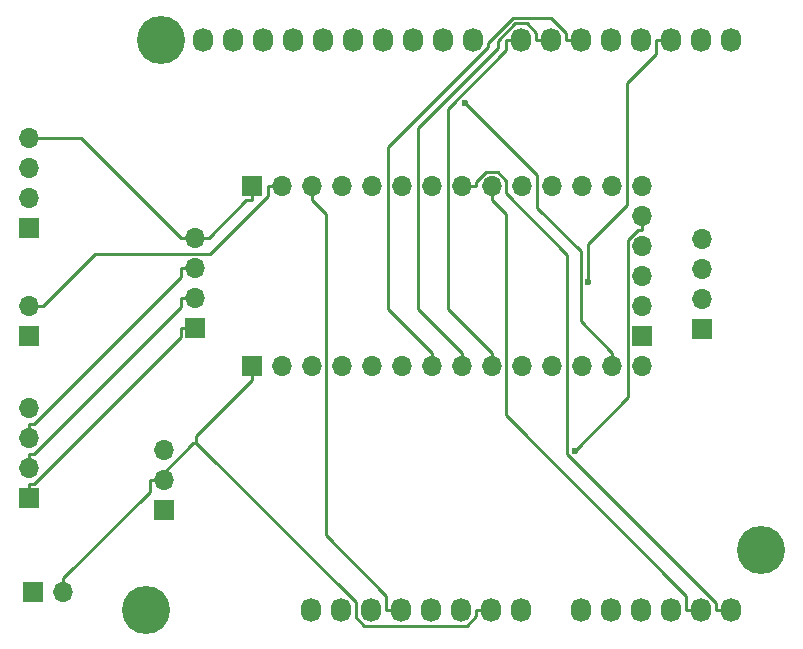
<source format=gbr>
G04 #@! TF.FileFunction,Copper,L2,Bot,Signal*
%FSLAX46Y46*%
G04 Gerber Fmt 4.6, Leading zero omitted, Abs format (unit mm)*
G04 Created by KiCad (PCBNEW 4.0.6) date 06/14/17 16:45:23*
%MOMM*%
%LPD*%
G01*
G04 APERTURE LIST*
%ADD10C,0.100000*%
%ADD11C,4.064000*%
%ADD12O,1.727200X2.032000*%
%ADD13R,1.700000X1.700000*%
%ADD14O,1.700000X1.700000*%
%ADD15C,0.600000*%
%ADD16C,0.250000*%
G04 APERTURE END LIST*
D10*
D11*
X177038000Y-118745000D03*
D12*
X138938000Y-123825000D03*
X141478000Y-123825000D03*
X144018000Y-123825000D03*
X146558000Y-123825000D03*
X149098000Y-123825000D03*
X151638000Y-123825000D03*
X154178000Y-123825000D03*
X156718000Y-123825000D03*
X161798000Y-123825000D03*
X164338000Y-123825000D03*
X166878000Y-123825000D03*
X169418000Y-123825000D03*
X171958000Y-123825000D03*
X174498000Y-123825000D03*
X129794000Y-75565000D03*
X132334000Y-75565000D03*
X134874000Y-75565000D03*
X137414000Y-75565000D03*
X139954000Y-75565000D03*
X142494000Y-75565000D03*
X145034000Y-75565000D03*
X147574000Y-75565000D03*
X150114000Y-75565000D03*
X152654000Y-75565000D03*
X156718000Y-75565000D03*
X159258000Y-75565000D03*
X161798000Y-75565000D03*
X164338000Y-75565000D03*
X166878000Y-75565000D03*
X169418000Y-75565000D03*
X171958000Y-75565000D03*
X174498000Y-75565000D03*
D11*
X124968000Y-123825000D03*
X126238000Y-75565000D03*
D13*
X133988000Y-88007000D03*
D14*
X136528000Y-88007000D03*
X139068000Y-88007000D03*
X141608000Y-88007000D03*
X144148000Y-88007000D03*
X146688000Y-88007000D03*
X149228000Y-88007000D03*
X151768000Y-88007000D03*
X154308000Y-88007000D03*
X156848000Y-88007000D03*
X159388000Y-88007000D03*
X161928000Y-88007000D03*
X164468000Y-88007000D03*
X167008000Y-88007000D03*
D13*
X172098000Y-100105000D03*
D14*
X172098000Y-97565000D03*
X172098000Y-95025000D03*
X172098000Y-92485000D03*
D13*
X167008000Y-100707000D03*
D14*
X167008000Y-98167000D03*
X167008000Y-95627000D03*
X167008000Y-93087000D03*
X167008000Y-90547000D03*
D13*
X133988000Y-103247000D03*
D14*
X136528000Y-103247000D03*
X139068000Y-103247000D03*
X141608000Y-103247000D03*
X144148000Y-103247000D03*
X146688000Y-103247000D03*
X149228000Y-103247000D03*
X151768000Y-103247000D03*
X154308000Y-103247000D03*
X156848000Y-103247000D03*
X159388000Y-103247000D03*
X161928000Y-103247000D03*
X164468000Y-103247000D03*
X167008000Y-103247000D03*
D13*
X129148000Y-99965000D03*
D14*
X129148000Y-97425000D03*
X129148000Y-94885000D03*
X129148000Y-92345000D03*
D13*
X115117000Y-91523200D03*
D14*
X115117000Y-88983200D03*
X115117000Y-86443200D03*
X115117000Y-83903200D03*
D13*
X115117000Y-100667000D03*
D14*
X115117000Y-98127000D03*
D13*
X115117000Y-114383000D03*
D14*
X115117000Y-111843000D03*
X115117000Y-109303000D03*
X115117000Y-106763000D03*
D13*
X126498000Y-115405000D03*
D14*
X126498000Y-112865000D03*
X126498000Y-110325000D03*
D13*
X115458000Y-122365000D03*
D14*
X117998000Y-122365000D03*
D15*
X162428400Y-96101700D03*
X151997300Y-80906300D03*
X161311600Y-110362400D03*
D16*
X170769100Y-122636100D02*
X170769100Y-123825000D01*
X155483300Y-107350300D02*
X170769100Y-122636100D01*
X155483300Y-90357600D02*
X155483300Y-107350300D01*
X154308000Y-89182300D02*
X155483300Y-90357600D01*
X154308000Y-88007000D02*
X154308000Y-89182300D01*
X171958000Y-123825000D02*
X170769100Y-123825000D01*
X151768000Y-88007000D02*
X152943300Y-88007000D01*
X174498000Y-123825000D02*
X173309100Y-123825000D01*
X173309100Y-123244200D02*
X173309100Y-123825000D01*
X160686300Y-110621400D02*
X173309100Y-123244200D01*
X160686300Y-93789200D02*
X160686300Y-110621400D01*
X155483300Y-88586200D02*
X160686300Y-93789200D01*
X155483300Y-87513800D02*
X155483300Y-88586200D01*
X154786200Y-86816700D02*
X155483300Y-87513800D01*
X153766300Y-86816700D02*
X154786200Y-86816700D01*
X152943300Y-87639700D02*
X153766300Y-86816700D01*
X152943300Y-88007000D02*
X152943300Y-87639700D01*
X156718000Y-75565000D02*
X155529100Y-75565000D01*
X154308000Y-103247000D02*
X154308000Y-102071700D01*
X150592700Y-98356400D02*
X154308000Y-102071700D01*
X150592700Y-81426600D02*
X150592700Y-98356400D01*
X155529100Y-76490200D02*
X150592700Y-81426600D01*
X155529100Y-75565000D02*
X155529100Y-76490200D01*
X151768000Y-103247000D02*
X151768000Y-102071700D01*
X159258000Y-75565000D02*
X158069100Y-75565000D01*
X158069100Y-75044900D02*
X158069100Y-75565000D01*
X157227000Y-74202800D02*
X158069100Y-75044900D01*
X156246300Y-74202800D02*
X157227000Y-74202800D01*
X154781500Y-75667600D02*
X156246300Y-74202800D01*
X154781500Y-76304500D02*
X154781500Y-75667600D01*
X148047900Y-83038100D02*
X154781500Y-76304500D01*
X148047900Y-98351600D02*
X148047900Y-83038100D01*
X151768000Y-102071700D02*
X148047900Y-98351600D01*
X160609100Y-75044900D02*
X160609100Y-75565000D01*
X159281300Y-73717100D02*
X160609100Y-75044900D01*
X156040400Y-73717100D02*
X159281300Y-73717100D01*
X153927800Y-75829700D02*
X156040400Y-73717100D01*
X153927800Y-76203000D02*
X153927800Y-75829700D01*
X145493100Y-84637700D02*
X153927800Y-76203000D01*
X145493100Y-98336800D02*
X145493100Y-84637700D01*
X149228000Y-102071700D02*
X145493100Y-98336800D01*
X149228000Y-103247000D02*
X149228000Y-102071700D01*
X161798000Y-75565000D02*
X160609100Y-75565000D01*
X168229100Y-76753900D02*
X168229100Y-75565000D01*
X165738000Y-79245000D02*
X168229100Y-76753900D01*
X165738000Y-89571800D02*
X165738000Y-79245000D01*
X162428400Y-92881400D02*
X165738000Y-89571800D01*
X162428400Y-96101700D02*
X162428400Y-92881400D01*
X169418000Y-75565000D02*
X168229100Y-75565000D01*
X145369100Y-122636100D02*
X145369100Y-123825000D01*
X140243300Y-117510300D02*
X145369100Y-122636100D01*
X140243300Y-90357600D02*
X140243300Y-117510300D01*
X139068000Y-89182300D02*
X140243300Y-90357600D01*
X139068000Y-88007000D02*
X139068000Y-89182300D01*
X146558000Y-123825000D02*
X145369100Y-123825000D01*
X164468000Y-103247000D02*
X164468000Y-102071700D01*
X161803100Y-99406800D02*
X164468000Y-102071700D01*
X161803100Y-93474900D02*
X161803100Y-99406800D01*
X158118000Y-89789800D02*
X161803100Y-93474900D01*
X158118000Y-87027000D02*
X158118000Y-89789800D01*
X151997300Y-80906300D02*
X158118000Y-87027000D01*
X135352700Y-88815000D02*
X135352700Y-88007000D01*
X130458100Y-93709600D02*
X135352700Y-88815000D01*
X120709700Y-93709600D02*
X130458100Y-93709600D01*
X116292300Y-98127000D02*
X120709700Y-93709600D01*
X115117000Y-98127000D02*
X116292300Y-98127000D01*
X136528000Y-88007000D02*
X135352700Y-88007000D01*
X166640600Y-91722300D02*
X167008000Y-91722300D01*
X165832700Y-92530200D02*
X166640600Y-91722300D01*
X165832700Y-105841300D02*
X165832700Y-92530200D01*
X161311600Y-110362400D02*
X165832700Y-105841300D01*
X167008000Y-90547000D02*
X167008000Y-91722300D01*
X127972700Y-100746100D02*
X127972700Y-99965000D01*
X115511100Y-113207700D02*
X127972700Y-100746100D01*
X115117000Y-113207700D02*
X115511100Y-113207700D01*
X115117000Y-114383000D02*
X115117000Y-113207700D01*
X129148000Y-99965000D02*
X127972700Y-99965000D01*
X127972700Y-98206100D02*
X127972700Y-97425000D01*
X115511100Y-110667700D02*
X127972700Y-98206100D01*
X115117000Y-110667700D02*
X115511100Y-110667700D01*
X115117000Y-111843000D02*
X115117000Y-110667700D01*
X129148000Y-97425000D02*
X127972700Y-97425000D01*
X127972700Y-95666100D02*
X127972700Y-94885000D01*
X115511100Y-108127700D02*
X127972700Y-95666100D01*
X115117000Y-108127700D02*
X115511100Y-108127700D01*
X115117000Y-109303000D02*
X115117000Y-108127700D01*
X129148000Y-94885000D02*
X127972700Y-94885000D01*
X125322700Y-113865000D02*
X125322700Y-112865000D01*
X117998000Y-121189700D02*
X125322700Y-113865000D01*
X117998000Y-122365000D02*
X117998000Y-121189700D01*
X126498000Y-112865000D02*
X125910400Y-112865000D01*
X125910400Y-112865000D02*
X125322700Y-112865000D01*
X154178000Y-123825000D02*
X152989100Y-123825000D01*
X129275600Y-109134700D02*
X133988000Y-104422300D01*
X129275600Y-109753800D02*
X129275600Y-109134700D01*
X129021600Y-109753800D02*
X129275600Y-109753800D01*
X125910400Y-112865000D02*
X129021600Y-109753800D01*
X152989100Y-124345100D02*
X152989100Y-123825000D01*
X152153700Y-125180500D02*
X152989100Y-124345100D01*
X143489600Y-125180500D02*
X152153700Y-125180500D01*
X142748000Y-124438900D02*
X143489600Y-125180500D01*
X142748000Y-123226200D02*
X142748000Y-124438900D01*
X129275600Y-109753800D02*
X142748000Y-123226200D01*
X133988000Y-103247000D02*
X133988000Y-104422300D01*
X133486000Y-89182300D02*
X133988000Y-89182300D01*
X130323300Y-92345000D02*
X133486000Y-89182300D01*
X129148000Y-92345000D02*
X130323300Y-92345000D01*
X133988000Y-88007000D02*
X133988000Y-89182300D01*
X119530900Y-83903200D02*
X127972700Y-92345000D01*
X115117000Y-83903200D02*
X119530900Y-83903200D01*
X129148000Y-92345000D02*
X127972700Y-92345000D01*
M02*

</source>
